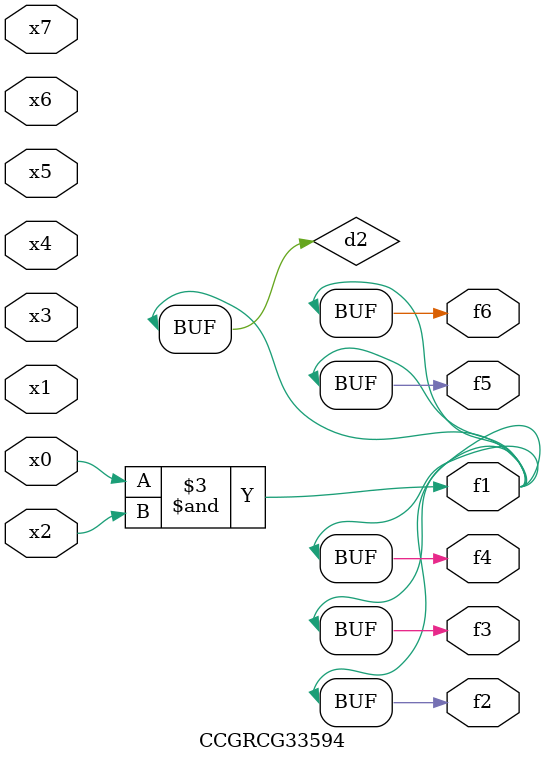
<source format=v>
module CCGRCG33594(
	input x0, x1, x2, x3, x4, x5, x6, x7,
	output f1, f2, f3, f4, f5, f6
);

	wire d1, d2;

	nor (d1, x3, x6);
	and (d2, x0, x2);
	assign f1 = d2;
	assign f2 = d2;
	assign f3 = d2;
	assign f4 = d2;
	assign f5 = d2;
	assign f6 = d2;
endmodule

</source>
